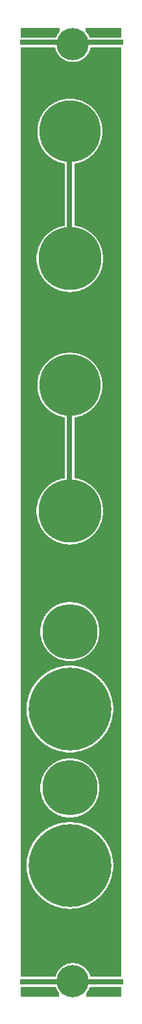
<source format=gtl>
G04 MADE WITH FRITZING*
G04 WWW.FRITZING.ORG*
G04 DOUBLE SIDED*
G04 HOLES PLATED*
G04 CONTOUR ON CENTER OF CONTOUR VECTOR*
%ASAXBY*%
%FSLAX23Y23*%
%MOIN*%
%OFA0B0*%
%SFA1.0B1.0*%
%ADD10C,0.075000*%
%ADD11C,0.314961*%
%ADD12C,0.322834*%
%ADD13C,0.165354*%
%ADD14C,0.425197*%
%ADD15C,0.283465*%
%ADD16R,0.031496X0.377952*%
%ADD17R,0.031496X0.366142*%
%ADD18R,0.181102X0.031496*%
%ADD19R,0.196850X0.031496*%
%LNCOPPER1*%
G90*
G70*
G54D10*
X117Y4755D03*
G54D11*
X291Y4483D03*
G54D12*
X291Y2533D03*
G54D11*
X291Y3179D03*
G54D12*
X291Y3829D03*
G54D13*
X307Y4931D03*
X307Y120D03*
G54D14*
X291Y1518D03*
G54D15*
X291Y1915D03*
X291Y1112D03*
G54D14*
X291Y714D03*
G54D16*
X289Y2860D03*
G54D17*
X289Y4163D03*
G54D18*
X474Y4939D03*
G54D19*
X131Y4939D03*
X131Y117D03*
G54D18*
X474Y117D03*
G36*
X40Y5015D02*
X40Y4965D01*
X220Y4965D01*
X220Y4967D01*
X222Y4967D01*
X222Y4971D01*
X224Y4971D01*
X224Y4975D01*
X226Y4975D01*
X226Y4979D01*
X228Y4979D01*
X228Y4981D01*
X230Y4981D01*
X230Y4985D01*
X232Y4985D01*
X232Y4987D01*
X234Y4987D01*
X234Y4989D01*
X236Y4989D01*
X236Y4993D01*
X238Y4993D01*
X238Y4995D01*
X240Y4995D01*
X240Y5015D01*
X40Y5015D01*
G37*
D02*
G36*
X372Y5015D02*
X372Y4995D01*
X374Y4995D01*
X374Y4993D01*
X376Y4993D01*
X376Y4991D01*
X378Y4991D01*
X378Y4989D01*
X380Y4989D01*
X380Y4985D01*
X382Y4985D01*
X382Y4983D01*
X384Y4983D01*
X384Y4981D01*
X386Y4981D01*
X386Y4977D01*
X388Y4977D01*
X388Y4973D01*
X390Y4973D01*
X390Y4969D01*
X392Y4969D01*
X392Y4965D01*
X554Y4965D01*
X554Y5015D01*
X372Y5015D01*
G37*
D02*
G36*
X40Y4913D02*
X40Y4839D01*
X290Y4839D01*
X290Y4841D01*
X282Y4841D01*
X282Y4843D01*
X276Y4843D01*
X276Y4845D01*
X270Y4845D01*
X270Y4847D01*
X266Y4847D01*
X266Y4849D01*
X262Y4849D01*
X262Y4851D01*
X258Y4851D01*
X258Y4853D01*
X256Y4853D01*
X256Y4855D01*
X252Y4855D01*
X252Y4857D01*
X250Y4857D01*
X250Y4859D01*
X248Y4859D01*
X248Y4861D01*
X244Y4861D01*
X244Y4863D01*
X242Y4863D01*
X242Y4865D01*
X240Y4865D01*
X240Y4867D01*
X238Y4867D01*
X238Y4871D01*
X236Y4871D01*
X236Y4873D01*
X234Y4873D01*
X234Y4875D01*
X232Y4875D01*
X232Y4877D01*
X230Y4877D01*
X230Y4881D01*
X228Y4881D01*
X228Y4883D01*
X226Y4883D01*
X226Y4887D01*
X224Y4887D01*
X224Y4891D01*
X222Y4891D01*
X222Y4895D01*
X220Y4895D01*
X220Y4901D01*
X218Y4901D01*
X218Y4907D01*
X216Y4907D01*
X216Y4913D01*
X40Y4913D01*
G37*
D02*
G36*
X398Y4913D02*
X398Y4911D01*
X396Y4911D01*
X396Y4903D01*
X394Y4903D01*
X394Y4897D01*
X392Y4897D01*
X392Y4893D01*
X390Y4893D01*
X390Y4889D01*
X388Y4889D01*
X388Y4885D01*
X386Y4885D01*
X386Y4883D01*
X384Y4883D01*
X384Y4879D01*
X382Y4879D01*
X382Y4877D01*
X380Y4877D01*
X380Y4873D01*
X378Y4873D01*
X378Y4871D01*
X376Y4871D01*
X376Y4869D01*
X374Y4869D01*
X374Y4867D01*
X372Y4867D01*
X372Y4865D01*
X370Y4865D01*
X370Y4863D01*
X368Y4863D01*
X368Y4861D01*
X366Y4861D01*
X366Y4859D01*
X364Y4859D01*
X364Y4857D01*
X360Y4857D01*
X360Y4855D01*
X358Y4855D01*
X358Y4853D01*
X354Y4853D01*
X354Y4851D01*
X352Y4851D01*
X352Y4849D01*
X348Y4849D01*
X348Y4847D01*
X344Y4847D01*
X344Y4845D01*
X338Y4845D01*
X338Y4843D01*
X332Y4843D01*
X332Y4841D01*
X322Y4841D01*
X322Y4839D01*
X554Y4839D01*
X554Y4913D01*
X398Y4913D01*
G37*
D02*
G36*
X40Y4839D02*
X40Y4837D01*
X554Y4837D01*
X554Y4839D01*
X40Y4839D01*
G37*
D02*
G36*
X40Y4839D02*
X40Y4837D01*
X554Y4837D01*
X554Y4839D01*
X40Y4839D01*
G37*
D02*
G36*
X40Y4837D02*
X40Y4649D01*
X314Y4649D01*
X314Y4647D01*
X326Y4647D01*
X326Y4645D01*
X334Y4645D01*
X334Y4643D01*
X342Y4643D01*
X342Y4641D01*
X348Y4641D01*
X348Y4639D01*
X354Y4639D01*
X354Y4637D01*
X358Y4637D01*
X358Y4635D01*
X362Y4635D01*
X362Y4633D01*
X366Y4633D01*
X366Y4631D01*
X370Y4631D01*
X370Y4629D01*
X374Y4629D01*
X374Y4627D01*
X376Y4627D01*
X376Y4625D01*
X380Y4625D01*
X380Y4623D01*
X384Y4623D01*
X384Y4621D01*
X386Y4621D01*
X386Y4619D01*
X390Y4619D01*
X390Y4617D01*
X392Y4617D01*
X392Y4615D01*
X394Y4615D01*
X394Y4613D01*
X398Y4613D01*
X398Y4611D01*
X400Y4611D01*
X400Y4609D01*
X402Y4609D01*
X402Y4607D01*
X404Y4607D01*
X404Y4605D01*
X406Y4605D01*
X406Y4603D01*
X408Y4603D01*
X408Y4601D01*
X410Y4601D01*
X410Y4599D01*
X412Y4599D01*
X412Y4597D01*
X414Y4597D01*
X414Y4595D01*
X416Y4595D01*
X416Y4593D01*
X418Y4593D01*
X418Y4591D01*
X420Y4591D01*
X420Y4589D01*
X422Y4589D01*
X422Y4585D01*
X424Y4585D01*
X424Y4583D01*
X426Y4583D01*
X426Y4581D01*
X428Y4581D01*
X428Y4577D01*
X430Y4577D01*
X430Y4575D01*
X432Y4575D01*
X432Y4571D01*
X434Y4571D01*
X434Y4567D01*
X436Y4567D01*
X436Y4565D01*
X438Y4565D01*
X438Y4561D01*
X440Y4561D01*
X440Y4557D01*
X442Y4557D01*
X442Y4553D01*
X444Y4553D01*
X444Y4549D01*
X446Y4549D01*
X446Y4543D01*
X448Y4543D01*
X448Y4537D01*
X450Y4537D01*
X450Y4533D01*
X452Y4533D01*
X452Y4525D01*
X454Y4525D01*
X454Y4517D01*
X456Y4517D01*
X456Y4505D01*
X458Y4505D01*
X458Y4461D01*
X456Y4461D01*
X456Y4449D01*
X454Y4449D01*
X454Y4441D01*
X452Y4441D01*
X452Y4433D01*
X450Y4433D01*
X450Y4427D01*
X448Y4427D01*
X448Y4421D01*
X446Y4421D01*
X446Y4417D01*
X444Y4417D01*
X444Y4413D01*
X442Y4413D01*
X442Y4409D01*
X440Y4409D01*
X440Y4403D01*
X438Y4403D01*
X438Y4401D01*
X436Y4401D01*
X436Y4397D01*
X434Y4397D01*
X434Y4393D01*
X432Y4393D01*
X432Y4391D01*
X430Y4391D01*
X430Y4387D01*
X428Y4387D01*
X428Y4385D01*
X426Y4385D01*
X426Y4383D01*
X424Y4383D01*
X424Y4379D01*
X422Y4379D01*
X422Y4377D01*
X420Y4377D01*
X420Y4375D01*
X418Y4375D01*
X418Y4373D01*
X416Y4373D01*
X416Y4371D01*
X414Y4371D01*
X414Y4367D01*
X412Y4367D01*
X412Y4365D01*
X410Y4365D01*
X410Y4363D01*
X408Y4363D01*
X408Y4361D01*
X406Y4361D01*
X406Y4359D01*
X402Y4359D01*
X402Y4357D01*
X400Y4357D01*
X400Y4355D01*
X398Y4355D01*
X398Y4353D01*
X396Y4353D01*
X396Y4351D01*
X394Y4351D01*
X394Y4349D01*
X390Y4349D01*
X390Y4347D01*
X388Y4347D01*
X388Y4345D01*
X386Y4345D01*
X386Y4343D01*
X382Y4343D01*
X382Y4341D01*
X378Y4341D01*
X378Y4339D01*
X376Y4339D01*
X376Y4337D01*
X372Y4337D01*
X372Y4335D01*
X368Y4335D01*
X368Y4333D01*
X364Y4333D01*
X364Y4331D01*
X360Y4331D01*
X360Y4329D01*
X356Y4329D01*
X356Y4327D01*
X350Y4327D01*
X350Y4325D01*
X344Y4325D01*
X344Y4323D01*
X338Y4323D01*
X338Y4321D01*
X330Y4321D01*
X330Y4319D01*
X322Y4319D01*
X322Y4317D01*
X316Y4317D01*
X316Y3999D01*
X318Y3999D01*
X318Y3997D01*
X328Y3997D01*
X328Y3995D01*
X336Y3995D01*
X336Y3993D01*
X344Y3993D01*
X344Y3991D01*
X350Y3991D01*
X350Y3989D01*
X354Y3989D01*
X354Y3987D01*
X360Y3987D01*
X360Y3985D01*
X364Y3985D01*
X364Y3983D01*
X368Y3983D01*
X368Y3981D01*
X372Y3981D01*
X372Y3979D01*
X376Y3979D01*
X376Y3977D01*
X378Y3977D01*
X378Y3975D01*
X382Y3975D01*
X382Y3973D01*
X386Y3973D01*
X386Y3971D01*
X388Y3971D01*
X388Y3969D01*
X390Y3969D01*
X390Y3967D01*
X394Y3967D01*
X394Y3965D01*
X396Y3965D01*
X396Y3963D01*
X398Y3963D01*
X398Y3961D01*
X402Y3961D01*
X402Y3959D01*
X404Y3959D01*
X404Y3957D01*
X406Y3957D01*
X406Y3955D01*
X408Y3955D01*
X408Y3953D01*
X410Y3953D01*
X410Y3951D01*
X412Y3951D01*
X412Y3949D01*
X414Y3949D01*
X414Y3947D01*
X416Y3947D01*
X416Y3945D01*
X418Y3945D01*
X418Y3943D01*
X420Y3943D01*
X420Y3941D01*
X422Y3941D01*
X422Y3939D01*
X424Y3939D01*
X424Y3935D01*
X426Y3935D01*
X426Y3933D01*
X428Y3933D01*
X428Y3931D01*
X430Y3931D01*
X430Y3927D01*
X432Y3927D01*
X432Y3925D01*
X434Y3925D01*
X434Y3921D01*
X436Y3921D01*
X436Y3919D01*
X438Y3919D01*
X438Y3915D01*
X440Y3915D01*
X440Y3911D01*
X442Y3911D01*
X442Y3909D01*
X444Y3909D01*
X444Y3905D01*
X446Y3905D01*
X446Y3899D01*
X448Y3899D01*
X448Y3895D01*
X450Y3895D01*
X450Y3891D01*
X452Y3891D01*
X452Y3885D01*
X454Y3885D01*
X454Y3879D01*
X456Y3879D01*
X456Y3871D01*
X458Y3871D01*
X458Y3863D01*
X460Y3863D01*
X460Y3851D01*
X462Y3851D01*
X462Y3807D01*
X460Y3807D01*
X460Y3795D01*
X458Y3795D01*
X458Y3787D01*
X456Y3787D01*
X456Y3779D01*
X454Y3779D01*
X454Y3773D01*
X452Y3773D01*
X452Y3767D01*
X450Y3767D01*
X450Y3763D01*
X448Y3763D01*
X448Y3757D01*
X446Y3757D01*
X446Y3753D01*
X444Y3753D01*
X444Y3749D01*
X442Y3749D01*
X442Y3745D01*
X440Y3745D01*
X440Y3743D01*
X438Y3743D01*
X438Y3739D01*
X436Y3739D01*
X436Y3737D01*
X434Y3737D01*
X434Y3733D01*
X432Y3733D01*
X432Y3731D01*
X430Y3731D01*
X430Y3727D01*
X428Y3727D01*
X428Y3725D01*
X426Y3725D01*
X426Y3723D01*
X424Y3723D01*
X424Y3719D01*
X422Y3719D01*
X422Y3717D01*
X420Y3717D01*
X420Y3715D01*
X418Y3715D01*
X418Y3713D01*
X416Y3713D01*
X416Y3711D01*
X414Y3711D01*
X414Y3709D01*
X412Y3709D01*
X412Y3707D01*
X410Y3707D01*
X410Y3705D01*
X408Y3705D01*
X408Y3703D01*
X406Y3703D01*
X406Y3701D01*
X404Y3701D01*
X404Y3699D01*
X402Y3699D01*
X402Y3697D01*
X400Y3697D01*
X400Y3695D01*
X396Y3695D01*
X396Y3693D01*
X394Y3693D01*
X394Y3691D01*
X392Y3691D01*
X392Y3689D01*
X388Y3689D01*
X388Y3687D01*
X386Y3687D01*
X386Y3685D01*
X382Y3685D01*
X382Y3683D01*
X378Y3683D01*
X378Y3681D01*
X376Y3681D01*
X376Y3679D01*
X372Y3679D01*
X372Y3677D01*
X368Y3677D01*
X368Y3675D01*
X364Y3675D01*
X364Y3673D01*
X360Y3673D01*
X360Y3671D01*
X356Y3671D01*
X356Y3669D01*
X350Y3669D01*
X350Y3667D01*
X344Y3667D01*
X344Y3665D01*
X336Y3665D01*
X336Y3663D01*
X330Y3663D01*
X330Y3661D01*
X318Y3661D01*
X318Y3659D01*
X302Y3659D01*
X302Y3657D01*
X554Y3657D01*
X554Y4837D01*
X40Y4837D01*
G37*
D02*
G36*
X40Y4649D02*
X40Y3657D01*
X280Y3657D01*
X280Y3659D01*
X264Y3659D01*
X264Y3661D01*
X254Y3661D01*
X254Y3663D01*
X246Y3663D01*
X246Y3665D01*
X238Y3665D01*
X238Y3667D01*
X232Y3667D01*
X232Y3669D01*
X228Y3669D01*
X228Y3671D01*
X222Y3671D01*
X222Y3673D01*
X218Y3673D01*
X218Y3675D01*
X214Y3675D01*
X214Y3677D01*
X210Y3677D01*
X210Y3679D01*
X206Y3679D01*
X206Y3681D01*
X204Y3681D01*
X204Y3683D01*
X200Y3683D01*
X200Y3685D01*
X196Y3685D01*
X196Y3687D01*
X194Y3687D01*
X194Y3689D01*
X192Y3689D01*
X192Y3691D01*
X188Y3691D01*
X188Y3693D01*
X186Y3693D01*
X186Y3695D01*
X184Y3695D01*
X184Y3697D01*
X180Y3697D01*
X180Y3699D01*
X178Y3699D01*
X178Y3701D01*
X176Y3701D01*
X176Y3703D01*
X174Y3703D01*
X174Y3705D01*
X172Y3705D01*
X172Y3707D01*
X170Y3707D01*
X170Y3709D01*
X168Y3709D01*
X168Y3711D01*
X166Y3711D01*
X166Y3713D01*
X164Y3713D01*
X164Y3715D01*
X162Y3715D01*
X162Y3717D01*
X160Y3717D01*
X160Y3719D01*
X158Y3719D01*
X158Y3723D01*
X156Y3723D01*
X156Y3725D01*
X154Y3725D01*
X154Y3727D01*
X152Y3727D01*
X152Y3731D01*
X150Y3731D01*
X150Y3733D01*
X148Y3733D01*
X148Y3737D01*
X146Y3737D01*
X146Y3739D01*
X144Y3739D01*
X144Y3743D01*
X142Y3743D01*
X142Y3747D01*
X140Y3747D01*
X140Y3751D01*
X138Y3751D01*
X138Y3755D01*
X136Y3755D01*
X136Y3759D01*
X134Y3759D01*
X134Y3763D01*
X132Y3763D01*
X132Y3769D01*
X130Y3769D01*
X130Y3773D01*
X128Y3773D01*
X128Y3779D01*
X126Y3779D01*
X126Y3787D01*
X124Y3787D01*
X124Y3797D01*
X122Y3797D01*
X122Y3809D01*
X120Y3809D01*
X120Y3849D01*
X122Y3849D01*
X122Y3861D01*
X124Y3861D01*
X124Y3869D01*
X126Y3869D01*
X126Y3877D01*
X128Y3877D01*
X128Y3885D01*
X130Y3885D01*
X130Y3889D01*
X132Y3889D01*
X132Y3895D01*
X134Y3895D01*
X134Y3899D01*
X136Y3899D01*
X136Y3903D01*
X138Y3903D01*
X138Y3907D01*
X140Y3907D01*
X140Y3911D01*
X142Y3911D01*
X142Y3915D01*
X144Y3915D01*
X144Y3917D01*
X146Y3917D01*
X146Y3921D01*
X148Y3921D01*
X148Y3925D01*
X150Y3925D01*
X150Y3927D01*
X152Y3927D01*
X152Y3929D01*
X154Y3929D01*
X154Y3933D01*
X156Y3933D01*
X156Y3935D01*
X158Y3935D01*
X158Y3937D01*
X160Y3937D01*
X160Y3941D01*
X162Y3941D01*
X162Y3943D01*
X164Y3943D01*
X164Y3945D01*
X166Y3945D01*
X166Y3947D01*
X168Y3947D01*
X168Y3949D01*
X170Y3949D01*
X170Y3951D01*
X172Y3951D01*
X172Y3953D01*
X174Y3953D01*
X174Y3955D01*
X176Y3955D01*
X176Y3957D01*
X178Y3957D01*
X178Y3959D01*
X180Y3959D01*
X180Y3961D01*
X184Y3961D01*
X184Y3963D01*
X186Y3963D01*
X186Y3965D01*
X188Y3965D01*
X188Y3967D01*
X192Y3967D01*
X192Y3969D01*
X194Y3969D01*
X194Y3971D01*
X198Y3971D01*
X198Y3973D01*
X200Y3973D01*
X200Y3975D01*
X204Y3975D01*
X204Y3977D01*
X206Y3977D01*
X206Y3979D01*
X210Y3979D01*
X210Y3981D01*
X214Y3981D01*
X214Y3983D01*
X218Y3983D01*
X218Y3985D01*
X222Y3985D01*
X222Y3987D01*
X228Y3987D01*
X228Y3989D01*
X234Y3989D01*
X234Y3991D01*
X238Y3991D01*
X238Y3993D01*
X246Y3993D01*
X246Y3995D01*
X254Y3995D01*
X254Y3997D01*
X264Y3997D01*
X264Y4317D01*
X260Y4317D01*
X260Y4319D01*
X252Y4319D01*
X252Y4321D01*
X244Y4321D01*
X244Y4323D01*
X238Y4323D01*
X238Y4325D01*
X232Y4325D01*
X232Y4327D01*
X226Y4327D01*
X226Y4329D01*
X222Y4329D01*
X222Y4331D01*
X218Y4331D01*
X218Y4333D01*
X214Y4333D01*
X214Y4335D01*
X210Y4335D01*
X210Y4337D01*
X206Y4337D01*
X206Y4339D01*
X204Y4339D01*
X204Y4341D01*
X200Y4341D01*
X200Y4343D01*
X198Y4343D01*
X198Y4345D01*
X194Y4345D01*
X194Y4347D01*
X192Y4347D01*
X192Y4349D01*
X190Y4349D01*
X190Y4351D01*
X186Y4351D01*
X186Y4353D01*
X184Y4353D01*
X184Y4355D01*
X182Y4355D01*
X182Y4357D01*
X180Y4357D01*
X180Y4359D01*
X178Y4359D01*
X178Y4361D01*
X174Y4361D01*
X174Y4363D01*
X172Y4363D01*
X172Y4365D01*
X170Y4365D01*
X170Y4369D01*
X168Y4369D01*
X168Y4371D01*
X166Y4371D01*
X166Y4373D01*
X164Y4373D01*
X164Y4375D01*
X162Y4375D01*
X162Y4377D01*
X160Y4377D01*
X160Y4379D01*
X158Y4379D01*
X158Y4383D01*
X156Y4383D01*
X156Y4385D01*
X154Y4385D01*
X154Y4387D01*
X152Y4387D01*
X152Y4391D01*
X150Y4391D01*
X150Y4395D01*
X148Y4395D01*
X148Y4397D01*
X146Y4397D01*
X146Y4401D01*
X144Y4401D01*
X144Y4405D01*
X142Y4405D01*
X142Y4409D01*
X140Y4409D01*
X140Y4413D01*
X138Y4413D01*
X138Y4417D01*
X136Y4417D01*
X136Y4423D01*
X134Y4423D01*
X134Y4427D01*
X132Y4427D01*
X132Y4433D01*
X130Y4433D01*
X130Y4441D01*
X128Y4441D01*
X128Y4449D01*
X126Y4449D01*
X126Y4463D01*
X124Y4463D01*
X124Y4503D01*
X126Y4503D01*
X126Y4515D01*
X128Y4515D01*
X128Y4523D01*
X130Y4523D01*
X130Y4531D01*
X132Y4531D01*
X132Y4537D01*
X134Y4537D01*
X134Y4543D01*
X136Y4543D01*
X136Y4547D01*
X138Y4547D01*
X138Y4553D01*
X140Y4553D01*
X140Y4557D01*
X142Y4557D01*
X142Y4561D01*
X144Y4561D01*
X144Y4565D01*
X146Y4565D01*
X146Y4567D01*
X148Y4567D01*
X148Y4571D01*
X150Y4571D01*
X150Y4573D01*
X152Y4573D01*
X152Y4577D01*
X154Y4577D01*
X154Y4579D01*
X156Y4579D01*
X156Y4583D01*
X158Y4583D01*
X158Y4585D01*
X160Y4585D01*
X160Y4587D01*
X162Y4587D01*
X162Y4591D01*
X164Y4591D01*
X164Y4593D01*
X166Y4593D01*
X166Y4595D01*
X168Y4595D01*
X168Y4597D01*
X170Y4597D01*
X170Y4599D01*
X172Y4599D01*
X172Y4601D01*
X174Y4601D01*
X174Y4603D01*
X176Y4603D01*
X176Y4605D01*
X178Y4605D01*
X178Y4607D01*
X180Y4607D01*
X180Y4609D01*
X182Y4609D01*
X182Y4611D01*
X186Y4611D01*
X186Y4613D01*
X188Y4613D01*
X188Y4615D01*
X190Y4615D01*
X190Y4617D01*
X194Y4617D01*
X194Y4619D01*
X196Y4619D01*
X196Y4621D01*
X198Y4621D01*
X198Y4623D01*
X202Y4623D01*
X202Y4625D01*
X206Y4625D01*
X206Y4627D01*
X208Y4627D01*
X208Y4629D01*
X212Y4629D01*
X212Y4631D01*
X216Y4631D01*
X216Y4633D01*
X220Y4633D01*
X220Y4635D01*
X224Y4635D01*
X224Y4637D01*
X230Y4637D01*
X230Y4639D01*
X234Y4639D01*
X234Y4641D01*
X240Y4641D01*
X240Y4643D01*
X248Y4643D01*
X248Y4645D01*
X256Y4645D01*
X256Y4647D01*
X268Y4647D01*
X268Y4649D01*
X40Y4649D01*
G37*
D02*
G36*
X40Y3657D02*
X40Y3655D01*
X554Y3655D01*
X554Y3657D01*
X40Y3657D01*
G37*
D02*
G36*
X40Y3657D02*
X40Y3655D01*
X554Y3655D01*
X554Y3657D01*
X40Y3657D01*
G37*
D02*
G36*
X40Y3655D02*
X40Y3347D01*
X306Y3347D01*
X306Y3345D01*
X320Y3345D01*
X320Y3343D01*
X330Y3343D01*
X330Y3341D01*
X338Y3341D01*
X338Y3339D01*
X344Y3339D01*
X344Y3337D01*
X350Y3337D01*
X350Y3335D01*
X356Y3335D01*
X356Y3333D01*
X360Y3333D01*
X360Y3331D01*
X364Y3331D01*
X364Y3329D01*
X368Y3329D01*
X368Y3327D01*
X372Y3327D01*
X372Y3325D01*
X376Y3325D01*
X376Y3323D01*
X378Y3323D01*
X378Y3321D01*
X382Y3321D01*
X382Y3319D01*
X384Y3319D01*
X384Y3317D01*
X388Y3317D01*
X388Y3315D01*
X390Y3315D01*
X390Y3313D01*
X392Y3313D01*
X392Y3311D01*
X396Y3311D01*
X396Y3309D01*
X398Y3309D01*
X398Y3307D01*
X400Y3307D01*
X400Y3305D01*
X402Y3305D01*
X402Y3303D01*
X404Y3303D01*
X404Y3301D01*
X408Y3301D01*
X408Y3299D01*
X410Y3299D01*
X410Y3297D01*
X412Y3297D01*
X412Y3293D01*
X414Y3293D01*
X414Y3291D01*
X416Y3291D01*
X416Y3289D01*
X418Y3289D01*
X418Y3287D01*
X420Y3287D01*
X420Y3285D01*
X422Y3285D01*
X422Y3283D01*
X424Y3283D01*
X424Y3279D01*
X426Y3279D01*
X426Y3277D01*
X428Y3277D01*
X428Y3275D01*
X430Y3275D01*
X430Y3271D01*
X432Y3271D01*
X432Y3267D01*
X434Y3267D01*
X434Y3265D01*
X436Y3265D01*
X436Y3261D01*
X438Y3261D01*
X438Y3257D01*
X440Y3257D01*
X440Y3253D01*
X442Y3253D01*
X442Y3249D01*
X444Y3249D01*
X444Y3245D01*
X446Y3245D01*
X446Y3241D01*
X448Y3241D01*
X448Y3235D01*
X450Y3235D01*
X450Y3229D01*
X452Y3229D01*
X452Y3221D01*
X454Y3221D01*
X454Y3213D01*
X456Y3213D01*
X456Y3201D01*
X458Y3201D01*
X458Y3157D01*
X456Y3157D01*
X456Y3145D01*
X454Y3145D01*
X454Y3137D01*
X452Y3137D01*
X452Y3129D01*
X450Y3129D01*
X450Y3123D01*
X448Y3123D01*
X448Y3119D01*
X446Y3119D01*
X446Y3113D01*
X444Y3113D01*
X444Y3109D01*
X442Y3109D01*
X442Y3105D01*
X440Y3105D01*
X440Y3101D01*
X438Y3101D01*
X438Y3097D01*
X436Y3097D01*
X436Y3095D01*
X434Y3095D01*
X434Y3091D01*
X432Y3091D01*
X432Y3087D01*
X430Y3087D01*
X430Y3085D01*
X428Y3085D01*
X428Y3081D01*
X426Y3081D01*
X426Y3079D01*
X424Y3079D01*
X424Y3077D01*
X422Y3077D01*
X422Y3073D01*
X420Y3073D01*
X420Y3071D01*
X418Y3071D01*
X418Y3069D01*
X416Y3069D01*
X416Y3067D01*
X414Y3067D01*
X414Y3065D01*
X412Y3065D01*
X412Y3063D01*
X410Y3063D01*
X410Y3061D01*
X408Y3061D01*
X408Y3059D01*
X406Y3059D01*
X406Y3057D01*
X404Y3057D01*
X404Y3055D01*
X402Y3055D01*
X402Y3053D01*
X400Y3053D01*
X400Y3051D01*
X398Y3051D01*
X398Y3049D01*
X394Y3049D01*
X394Y3047D01*
X392Y3047D01*
X392Y3045D01*
X390Y3045D01*
X390Y3043D01*
X386Y3043D01*
X386Y3041D01*
X384Y3041D01*
X384Y3039D01*
X380Y3039D01*
X380Y3037D01*
X378Y3037D01*
X378Y3035D01*
X374Y3035D01*
X374Y3033D01*
X370Y3033D01*
X370Y3031D01*
X366Y3031D01*
X366Y3029D01*
X362Y3029D01*
X362Y3027D01*
X358Y3027D01*
X358Y3025D01*
X354Y3025D01*
X354Y3023D01*
X348Y3023D01*
X348Y3021D01*
X342Y3021D01*
X342Y3019D01*
X336Y3019D01*
X336Y3017D01*
X328Y3017D01*
X328Y3015D01*
X316Y3015D01*
X316Y2703D01*
X320Y2703D01*
X320Y2701D01*
X330Y2701D01*
X330Y2699D01*
X338Y2699D01*
X338Y2697D01*
X344Y2697D01*
X344Y2695D01*
X350Y2695D01*
X350Y2693D01*
X356Y2693D01*
X356Y2691D01*
X360Y2691D01*
X360Y2689D01*
X364Y2689D01*
X364Y2687D01*
X368Y2687D01*
X368Y2685D01*
X372Y2685D01*
X372Y2683D01*
X376Y2683D01*
X376Y2681D01*
X380Y2681D01*
X380Y2679D01*
X382Y2679D01*
X382Y2677D01*
X386Y2677D01*
X386Y2675D01*
X388Y2675D01*
X388Y2673D01*
X392Y2673D01*
X392Y2671D01*
X394Y2671D01*
X394Y2669D01*
X396Y2669D01*
X396Y2667D01*
X400Y2667D01*
X400Y2665D01*
X402Y2665D01*
X402Y2663D01*
X404Y2663D01*
X404Y2661D01*
X406Y2661D01*
X406Y2659D01*
X408Y2659D01*
X408Y2657D01*
X410Y2657D01*
X410Y2655D01*
X412Y2655D01*
X412Y2653D01*
X414Y2653D01*
X414Y2651D01*
X416Y2651D01*
X416Y2649D01*
X418Y2649D01*
X418Y2647D01*
X420Y2647D01*
X420Y2645D01*
X422Y2645D01*
X422Y2643D01*
X424Y2643D01*
X424Y2639D01*
X426Y2639D01*
X426Y2637D01*
X428Y2637D01*
X428Y2635D01*
X430Y2635D01*
X430Y2631D01*
X432Y2631D01*
X432Y2629D01*
X434Y2629D01*
X434Y2625D01*
X436Y2625D01*
X436Y2623D01*
X438Y2623D01*
X438Y2619D01*
X440Y2619D01*
X440Y2617D01*
X442Y2617D01*
X442Y2613D01*
X444Y2613D01*
X444Y2609D01*
X446Y2609D01*
X446Y2605D01*
X448Y2605D01*
X448Y2599D01*
X450Y2599D01*
X450Y2595D01*
X452Y2595D01*
X452Y2589D01*
X454Y2589D01*
X454Y2583D01*
X456Y2583D01*
X456Y2575D01*
X458Y2575D01*
X458Y2567D01*
X460Y2567D01*
X460Y2555D01*
X462Y2555D01*
X462Y2511D01*
X460Y2511D01*
X460Y2499D01*
X458Y2499D01*
X458Y2491D01*
X456Y2491D01*
X456Y2483D01*
X454Y2483D01*
X454Y2477D01*
X452Y2477D01*
X452Y2471D01*
X450Y2471D01*
X450Y2467D01*
X448Y2467D01*
X448Y2463D01*
X446Y2463D01*
X446Y2459D01*
X444Y2459D01*
X444Y2453D01*
X442Y2453D01*
X442Y2451D01*
X440Y2451D01*
X440Y2447D01*
X438Y2447D01*
X438Y2443D01*
X436Y2443D01*
X436Y2441D01*
X434Y2441D01*
X434Y2437D01*
X432Y2437D01*
X432Y2435D01*
X430Y2435D01*
X430Y2431D01*
X428Y2431D01*
X428Y2429D01*
X426Y2429D01*
X426Y2427D01*
X424Y2427D01*
X424Y2423D01*
X422Y2423D01*
X422Y2421D01*
X420Y2421D01*
X420Y2419D01*
X418Y2419D01*
X418Y2417D01*
X416Y2417D01*
X416Y2415D01*
X414Y2415D01*
X414Y2413D01*
X412Y2413D01*
X412Y2411D01*
X410Y2411D01*
X410Y2409D01*
X408Y2409D01*
X408Y2407D01*
X406Y2407D01*
X406Y2405D01*
X404Y2405D01*
X404Y2403D01*
X402Y2403D01*
X402Y2401D01*
X398Y2401D01*
X398Y2399D01*
X396Y2399D01*
X396Y2397D01*
X394Y2397D01*
X394Y2395D01*
X390Y2395D01*
X390Y2393D01*
X388Y2393D01*
X388Y2391D01*
X384Y2391D01*
X384Y2389D01*
X382Y2389D01*
X382Y2387D01*
X378Y2387D01*
X378Y2385D01*
X376Y2385D01*
X376Y2383D01*
X372Y2383D01*
X372Y2381D01*
X368Y2381D01*
X368Y2379D01*
X364Y2379D01*
X364Y2377D01*
X360Y2377D01*
X360Y2375D01*
X354Y2375D01*
X354Y2373D01*
X348Y2373D01*
X348Y2371D01*
X344Y2371D01*
X344Y2369D01*
X336Y2369D01*
X336Y2367D01*
X328Y2367D01*
X328Y2365D01*
X316Y2365D01*
X316Y2363D01*
X300Y2363D01*
X300Y2361D01*
X554Y2361D01*
X554Y3655D01*
X40Y3655D01*
G37*
D02*
G36*
X40Y3347D02*
X40Y2361D01*
X282Y2361D01*
X282Y2363D01*
X266Y2363D01*
X266Y2365D01*
X254Y2365D01*
X254Y2367D01*
X246Y2367D01*
X246Y2369D01*
X238Y2369D01*
X238Y2371D01*
X234Y2371D01*
X234Y2373D01*
X228Y2373D01*
X228Y2375D01*
X222Y2375D01*
X222Y2377D01*
X218Y2377D01*
X218Y2379D01*
X214Y2379D01*
X214Y2381D01*
X210Y2381D01*
X210Y2383D01*
X208Y2383D01*
X208Y2385D01*
X204Y2385D01*
X204Y2387D01*
X200Y2387D01*
X200Y2389D01*
X198Y2389D01*
X198Y2391D01*
X194Y2391D01*
X194Y2393D01*
X192Y2393D01*
X192Y2395D01*
X188Y2395D01*
X188Y2397D01*
X186Y2397D01*
X186Y2399D01*
X184Y2399D01*
X184Y2401D01*
X180Y2401D01*
X180Y2403D01*
X178Y2403D01*
X178Y2405D01*
X176Y2405D01*
X176Y2407D01*
X174Y2407D01*
X174Y2409D01*
X172Y2409D01*
X172Y2411D01*
X170Y2411D01*
X170Y2413D01*
X168Y2413D01*
X168Y2415D01*
X166Y2415D01*
X166Y2417D01*
X164Y2417D01*
X164Y2419D01*
X162Y2419D01*
X162Y2421D01*
X160Y2421D01*
X160Y2425D01*
X158Y2425D01*
X158Y2427D01*
X156Y2427D01*
X156Y2429D01*
X154Y2429D01*
X154Y2433D01*
X152Y2433D01*
X152Y2435D01*
X150Y2435D01*
X150Y2437D01*
X148Y2437D01*
X148Y2441D01*
X146Y2441D01*
X146Y2445D01*
X144Y2445D01*
X144Y2447D01*
X142Y2447D01*
X142Y2451D01*
X140Y2451D01*
X140Y2455D01*
X138Y2455D01*
X138Y2459D01*
X136Y2459D01*
X136Y2463D01*
X134Y2463D01*
X134Y2467D01*
X132Y2467D01*
X132Y2473D01*
X130Y2473D01*
X130Y2479D01*
X128Y2479D01*
X128Y2485D01*
X126Y2485D01*
X126Y2493D01*
X124Y2493D01*
X124Y2501D01*
X122Y2501D01*
X122Y2513D01*
X120Y2513D01*
X120Y2553D01*
X122Y2553D01*
X122Y2565D01*
X124Y2565D01*
X124Y2575D01*
X126Y2575D01*
X126Y2583D01*
X128Y2583D01*
X128Y2589D01*
X130Y2589D01*
X130Y2593D01*
X132Y2593D01*
X132Y2599D01*
X134Y2599D01*
X134Y2603D01*
X136Y2603D01*
X136Y2607D01*
X138Y2607D01*
X138Y2611D01*
X140Y2611D01*
X140Y2615D01*
X142Y2615D01*
X142Y2619D01*
X144Y2619D01*
X144Y2623D01*
X146Y2623D01*
X146Y2625D01*
X148Y2625D01*
X148Y2629D01*
X150Y2629D01*
X150Y2631D01*
X152Y2631D01*
X152Y2635D01*
X154Y2635D01*
X154Y2637D01*
X156Y2637D01*
X156Y2639D01*
X158Y2639D01*
X158Y2643D01*
X160Y2643D01*
X160Y2645D01*
X162Y2645D01*
X162Y2647D01*
X164Y2647D01*
X164Y2649D01*
X166Y2649D01*
X166Y2651D01*
X168Y2651D01*
X168Y2653D01*
X170Y2653D01*
X170Y2655D01*
X172Y2655D01*
X172Y2657D01*
X174Y2657D01*
X174Y2659D01*
X176Y2659D01*
X176Y2661D01*
X178Y2661D01*
X178Y2663D01*
X180Y2663D01*
X180Y2665D01*
X182Y2665D01*
X182Y2667D01*
X186Y2667D01*
X186Y2669D01*
X188Y2669D01*
X188Y2671D01*
X192Y2671D01*
X192Y2673D01*
X194Y2673D01*
X194Y2675D01*
X196Y2675D01*
X196Y2677D01*
X200Y2677D01*
X200Y2679D01*
X204Y2679D01*
X204Y2681D01*
X206Y2681D01*
X206Y2683D01*
X210Y2683D01*
X210Y2685D01*
X214Y2685D01*
X214Y2687D01*
X218Y2687D01*
X218Y2689D01*
X222Y2689D01*
X222Y2691D01*
X226Y2691D01*
X226Y2693D01*
X232Y2693D01*
X232Y2695D01*
X238Y2695D01*
X238Y2697D01*
X244Y2697D01*
X244Y2699D01*
X252Y2699D01*
X252Y2701D01*
X264Y2701D01*
X264Y3015D01*
X254Y3015D01*
X254Y3017D01*
X248Y3017D01*
X248Y3019D01*
X240Y3019D01*
X240Y3021D01*
X234Y3021D01*
X234Y3023D01*
X228Y3023D01*
X228Y3025D01*
X224Y3025D01*
X224Y3027D01*
X220Y3027D01*
X220Y3029D01*
X216Y3029D01*
X216Y3031D01*
X212Y3031D01*
X212Y3033D01*
X208Y3033D01*
X208Y3035D01*
X204Y3035D01*
X204Y3037D01*
X202Y3037D01*
X202Y3039D01*
X198Y3039D01*
X198Y3041D01*
X196Y3041D01*
X196Y3043D01*
X192Y3043D01*
X192Y3045D01*
X190Y3045D01*
X190Y3047D01*
X188Y3047D01*
X188Y3049D01*
X184Y3049D01*
X184Y3051D01*
X182Y3051D01*
X182Y3053D01*
X180Y3053D01*
X180Y3055D01*
X178Y3055D01*
X178Y3057D01*
X176Y3057D01*
X176Y3059D01*
X174Y3059D01*
X174Y3061D01*
X172Y3061D01*
X172Y3063D01*
X170Y3063D01*
X170Y3065D01*
X168Y3065D01*
X168Y3067D01*
X166Y3067D01*
X166Y3069D01*
X164Y3069D01*
X164Y3071D01*
X162Y3071D01*
X162Y3075D01*
X160Y3075D01*
X160Y3077D01*
X158Y3077D01*
X158Y3079D01*
X156Y3079D01*
X156Y3083D01*
X154Y3083D01*
X154Y3085D01*
X152Y3085D01*
X152Y3087D01*
X150Y3087D01*
X150Y3091D01*
X148Y3091D01*
X148Y3095D01*
X146Y3095D01*
X146Y3097D01*
X144Y3097D01*
X144Y3101D01*
X142Y3101D01*
X142Y3105D01*
X140Y3105D01*
X140Y3109D01*
X138Y3109D01*
X138Y3113D01*
X136Y3113D01*
X136Y3119D01*
X134Y3119D01*
X134Y3125D01*
X132Y3125D01*
X132Y3131D01*
X130Y3131D01*
X130Y3139D01*
X128Y3139D01*
X128Y3147D01*
X126Y3147D01*
X126Y3159D01*
X124Y3159D01*
X124Y3199D01*
X126Y3199D01*
X126Y3211D01*
X128Y3211D01*
X128Y3221D01*
X130Y3221D01*
X130Y3229D01*
X132Y3229D01*
X132Y3233D01*
X134Y3233D01*
X134Y3239D01*
X136Y3239D01*
X136Y3245D01*
X138Y3245D01*
X138Y3249D01*
X140Y3249D01*
X140Y3253D01*
X142Y3253D01*
X142Y3257D01*
X144Y3257D01*
X144Y3261D01*
X146Y3261D01*
X146Y3265D01*
X148Y3265D01*
X148Y3267D01*
X150Y3267D01*
X150Y3271D01*
X152Y3271D01*
X152Y3273D01*
X154Y3273D01*
X154Y3277D01*
X156Y3277D01*
X156Y3279D01*
X158Y3279D01*
X158Y3281D01*
X160Y3281D01*
X160Y3285D01*
X162Y3285D01*
X162Y3287D01*
X164Y3287D01*
X164Y3289D01*
X166Y3289D01*
X166Y3291D01*
X168Y3291D01*
X168Y3293D01*
X170Y3293D01*
X170Y3295D01*
X172Y3295D01*
X172Y3297D01*
X174Y3297D01*
X174Y3299D01*
X176Y3299D01*
X176Y3301D01*
X178Y3301D01*
X178Y3303D01*
X180Y3303D01*
X180Y3305D01*
X182Y3305D01*
X182Y3307D01*
X184Y3307D01*
X184Y3309D01*
X186Y3309D01*
X186Y3311D01*
X190Y3311D01*
X190Y3313D01*
X192Y3313D01*
X192Y3315D01*
X194Y3315D01*
X194Y3317D01*
X198Y3317D01*
X198Y3319D01*
X200Y3319D01*
X200Y3321D01*
X204Y3321D01*
X204Y3323D01*
X208Y3323D01*
X208Y3325D01*
X210Y3325D01*
X210Y3327D01*
X214Y3327D01*
X214Y3329D01*
X218Y3329D01*
X218Y3331D01*
X222Y3331D01*
X222Y3333D01*
X226Y3333D01*
X226Y3335D01*
X232Y3335D01*
X232Y3337D01*
X238Y3337D01*
X238Y3339D01*
X244Y3339D01*
X244Y3341D01*
X252Y3341D01*
X252Y3343D01*
X262Y3343D01*
X262Y3345D01*
X276Y3345D01*
X276Y3347D01*
X40Y3347D01*
G37*
D02*
G36*
X40Y2361D02*
X40Y2359D01*
X554Y2359D01*
X554Y2361D01*
X40Y2361D01*
G37*
D02*
G36*
X40Y2361D02*
X40Y2359D01*
X554Y2359D01*
X554Y2361D01*
X40Y2361D01*
G37*
D02*
G36*
X40Y2359D02*
X40Y2067D01*
X306Y2067D01*
X306Y2065D01*
X320Y2065D01*
X320Y2063D01*
X328Y2063D01*
X328Y2061D01*
X336Y2061D01*
X336Y2059D01*
X342Y2059D01*
X342Y2057D01*
X348Y2057D01*
X348Y2055D01*
X352Y2055D01*
X352Y2053D01*
X356Y2053D01*
X356Y2051D01*
X360Y2051D01*
X360Y2049D01*
X364Y2049D01*
X364Y2047D01*
X368Y2047D01*
X368Y2045D01*
X370Y2045D01*
X370Y2043D01*
X374Y2043D01*
X374Y2041D01*
X378Y2041D01*
X378Y2039D01*
X380Y2039D01*
X380Y2037D01*
X382Y2037D01*
X382Y2035D01*
X386Y2035D01*
X386Y2033D01*
X388Y2033D01*
X388Y2031D01*
X390Y2031D01*
X390Y2029D01*
X392Y2029D01*
X392Y2027D01*
X394Y2027D01*
X394Y2025D01*
X396Y2025D01*
X396Y2023D01*
X398Y2023D01*
X398Y2021D01*
X400Y2021D01*
X400Y2019D01*
X402Y2019D01*
X402Y2017D01*
X404Y2017D01*
X404Y2015D01*
X406Y2015D01*
X406Y2013D01*
X408Y2013D01*
X408Y2011D01*
X410Y2011D01*
X410Y2007D01*
X412Y2007D01*
X412Y2005D01*
X414Y2005D01*
X414Y2003D01*
X416Y2003D01*
X416Y1999D01*
X418Y1999D01*
X418Y1997D01*
X420Y1997D01*
X420Y1993D01*
X422Y1993D01*
X422Y1989D01*
X424Y1989D01*
X424Y1987D01*
X426Y1987D01*
X426Y1983D01*
X428Y1983D01*
X428Y1979D01*
X430Y1979D01*
X430Y1973D01*
X432Y1973D01*
X432Y1969D01*
X434Y1969D01*
X434Y1963D01*
X436Y1963D01*
X436Y1957D01*
X438Y1957D01*
X438Y1949D01*
X440Y1949D01*
X440Y1937D01*
X442Y1937D01*
X442Y1893D01*
X440Y1893D01*
X440Y1881D01*
X438Y1881D01*
X438Y1873D01*
X436Y1873D01*
X436Y1867D01*
X434Y1867D01*
X434Y1861D01*
X432Y1861D01*
X432Y1857D01*
X430Y1857D01*
X430Y1853D01*
X428Y1853D01*
X428Y1847D01*
X426Y1847D01*
X426Y1843D01*
X424Y1843D01*
X424Y1841D01*
X422Y1841D01*
X422Y1837D01*
X420Y1837D01*
X420Y1833D01*
X418Y1833D01*
X418Y1831D01*
X416Y1831D01*
X416Y1827D01*
X414Y1827D01*
X414Y1825D01*
X412Y1825D01*
X412Y1823D01*
X410Y1823D01*
X410Y1819D01*
X408Y1819D01*
X408Y1817D01*
X406Y1817D01*
X406Y1815D01*
X404Y1815D01*
X404Y1813D01*
X402Y1813D01*
X402Y1811D01*
X400Y1811D01*
X400Y1809D01*
X398Y1809D01*
X398Y1807D01*
X396Y1807D01*
X396Y1805D01*
X394Y1805D01*
X394Y1803D01*
X392Y1803D01*
X392Y1801D01*
X390Y1801D01*
X390Y1799D01*
X388Y1799D01*
X388Y1797D01*
X384Y1797D01*
X384Y1795D01*
X382Y1795D01*
X382Y1793D01*
X380Y1793D01*
X380Y1791D01*
X376Y1791D01*
X376Y1789D01*
X374Y1789D01*
X374Y1787D01*
X370Y1787D01*
X370Y1785D01*
X368Y1785D01*
X368Y1783D01*
X364Y1783D01*
X364Y1781D01*
X360Y1781D01*
X360Y1779D01*
X356Y1779D01*
X356Y1777D01*
X352Y1777D01*
X352Y1775D01*
X346Y1775D01*
X346Y1773D01*
X342Y1773D01*
X342Y1771D01*
X336Y1771D01*
X336Y1769D01*
X328Y1769D01*
X328Y1767D01*
X318Y1767D01*
X318Y1765D01*
X304Y1765D01*
X304Y1763D01*
X554Y1763D01*
X554Y2359D01*
X40Y2359D01*
G37*
D02*
G36*
X40Y2067D02*
X40Y1763D01*
X278Y1763D01*
X278Y1765D01*
X264Y1765D01*
X264Y1767D01*
X254Y1767D01*
X254Y1769D01*
X246Y1769D01*
X246Y1771D01*
X242Y1771D01*
X242Y1773D01*
X236Y1773D01*
X236Y1775D01*
X230Y1775D01*
X230Y1777D01*
X226Y1777D01*
X226Y1779D01*
X222Y1779D01*
X222Y1781D01*
X218Y1781D01*
X218Y1783D01*
X216Y1783D01*
X216Y1785D01*
X212Y1785D01*
X212Y1787D01*
X208Y1787D01*
X208Y1789D01*
X206Y1789D01*
X206Y1791D01*
X202Y1791D01*
X202Y1793D01*
X200Y1793D01*
X200Y1795D01*
X198Y1795D01*
X198Y1797D01*
X194Y1797D01*
X194Y1799D01*
X192Y1799D01*
X192Y1801D01*
X190Y1801D01*
X190Y1803D01*
X188Y1803D01*
X188Y1805D01*
X186Y1805D01*
X186Y1807D01*
X184Y1807D01*
X184Y1809D01*
X182Y1809D01*
X182Y1811D01*
X180Y1811D01*
X180Y1813D01*
X178Y1813D01*
X178Y1815D01*
X176Y1815D01*
X176Y1817D01*
X174Y1817D01*
X174Y1821D01*
X172Y1821D01*
X172Y1823D01*
X170Y1823D01*
X170Y1825D01*
X168Y1825D01*
X168Y1829D01*
X166Y1829D01*
X166Y1831D01*
X164Y1831D01*
X164Y1835D01*
X162Y1835D01*
X162Y1837D01*
X160Y1837D01*
X160Y1841D01*
X158Y1841D01*
X158Y1845D01*
X156Y1845D01*
X156Y1849D01*
X154Y1849D01*
X154Y1853D01*
X152Y1853D01*
X152Y1857D01*
X150Y1857D01*
X150Y1863D01*
X148Y1863D01*
X148Y1867D01*
X146Y1867D01*
X146Y1875D01*
X144Y1875D01*
X144Y1883D01*
X142Y1883D01*
X142Y1895D01*
X140Y1895D01*
X140Y1935D01*
X142Y1935D01*
X142Y1947D01*
X144Y1947D01*
X144Y1955D01*
X146Y1955D01*
X146Y1963D01*
X148Y1963D01*
X148Y1967D01*
X150Y1967D01*
X150Y1973D01*
X152Y1973D01*
X152Y1977D01*
X154Y1977D01*
X154Y1981D01*
X156Y1981D01*
X156Y1985D01*
X158Y1985D01*
X158Y1989D01*
X160Y1989D01*
X160Y1993D01*
X162Y1993D01*
X162Y1995D01*
X164Y1995D01*
X164Y1999D01*
X166Y1999D01*
X166Y2003D01*
X168Y2003D01*
X168Y2005D01*
X170Y2005D01*
X170Y2007D01*
X172Y2007D01*
X172Y2011D01*
X174Y2011D01*
X174Y2013D01*
X176Y2013D01*
X176Y2015D01*
X178Y2015D01*
X178Y2017D01*
X180Y2017D01*
X180Y2019D01*
X182Y2019D01*
X182Y2021D01*
X184Y2021D01*
X184Y2023D01*
X186Y2023D01*
X186Y2025D01*
X188Y2025D01*
X188Y2027D01*
X190Y2027D01*
X190Y2029D01*
X192Y2029D01*
X192Y2031D01*
X194Y2031D01*
X194Y2033D01*
X198Y2033D01*
X198Y2035D01*
X200Y2035D01*
X200Y2037D01*
X202Y2037D01*
X202Y2039D01*
X206Y2039D01*
X206Y2041D01*
X208Y2041D01*
X208Y2043D01*
X212Y2043D01*
X212Y2045D01*
X214Y2045D01*
X214Y2047D01*
X218Y2047D01*
X218Y2049D01*
X222Y2049D01*
X222Y2051D01*
X226Y2051D01*
X226Y2053D01*
X230Y2053D01*
X230Y2055D01*
X236Y2055D01*
X236Y2057D01*
X240Y2057D01*
X240Y2059D01*
X246Y2059D01*
X246Y2061D01*
X254Y2061D01*
X254Y2063D01*
X262Y2063D01*
X262Y2065D01*
X276Y2065D01*
X276Y2067D01*
X40Y2067D01*
G37*
D02*
G36*
X40Y1763D02*
X40Y1761D01*
X554Y1761D01*
X554Y1763D01*
X40Y1763D01*
G37*
D02*
G36*
X40Y1763D02*
X40Y1761D01*
X554Y1761D01*
X554Y1763D01*
X40Y1763D01*
G37*
D02*
G36*
X40Y1761D02*
X40Y1741D01*
X292Y1741D01*
X292Y1739D01*
X320Y1739D01*
X320Y1737D01*
X334Y1737D01*
X334Y1735D01*
X342Y1735D01*
X342Y1733D01*
X350Y1733D01*
X350Y1731D01*
X358Y1731D01*
X358Y1729D01*
X364Y1729D01*
X364Y1727D01*
X368Y1727D01*
X368Y1725D01*
X374Y1725D01*
X374Y1723D01*
X378Y1723D01*
X378Y1721D01*
X384Y1721D01*
X384Y1719D01*
X388Y1719D01*
X388Y1717D01*
X392Y1717D01*
X392Y1715D01*
X396Y1715D01*
X396Y1713D01*
X400Y1713D01*
X400Y1711D01*
X402Y1711D01*
X402Y1709D01*
X406Y1709D01*
X406Y1707D01*
X408Y1707D01*
X408Y1705D01*
X412Y1705D01*
X412Y1703D01*
X416Y1703D01*
X416Y1701D01*
X418Y1701D01*
X418Y1699D01*
X420Y1699D01*
X420Y1697D01*
X424Y1697D01*
X424Y1695D01*
X426Y1695D01*
X426Y1693D01*
X428Y1693D01*
X428Y1691D01*
X432Y1691D01*
X432Y1689D01*
X434Y1689D01*
X434Y1687D01*
X436Y1687D01*
X436Y1685D01*
X438Y1685D01*
X438Y1683D01*
X440Y1683D01*
X440Y1681D01*
X442Y1681D01*
X442Y1679D01*
X446Y1679D01*
X446Y1677D01*
X448Y1677D01*
X448Y1675D01*
X450Y1675D01*
X450Y1673D01*
X452Y1673D01*
X452Y1669D01*
X454Y1669D01*
X454Y1667D01*
X456Y1667D01*
X456Y1665D01*
X458Y1665D01*
X458Y1663D01*
X460Y1663D01*
X460Y1661D01*
X462Y1661D01*
X462Y1659D01*
X464Y1659D01*
X464Y1657D01*
X466Y1657D01*
X466Y1653D01*
X468Y1653D01*
X468Y1651D01*
X470Y1651D01*
X470Y1649D01*
X472Y1649D01*
X472Y1645D01*
X474Y1645D01*
X474Y1643D01*
X476Y1643D01*
X476Y1639D01*
X478Y1639D01*
X478Y1637D01*
X480Y1637D01*
X480Y1633D01*
X482Y1633D01*
X482Y1629D01*
X484Y1629D01*
X484Y1627D01*
X486Y1627D01*
X486Y1623D01*
X488Y1623D01*
X488Y1619D01*
X490Y1619D01*
X490Y1615D01*
X492Y1615D01*
X492Y1611D01*
X494Y1611D01*
X494Y1607D01*
X496Y1607D01*
X496Y1603D01*
X498Y1603D01*
X498Y1597D01*
X500Y1597D01*
X500Y1591D01*
X502Y1591D01*
X502Y1585D01*
X504Y1585D01*
X504Y1579D01*
X506Y1579D01*
X506Y1571D01*
X508Y1571D01*
X508Y1563D01*
X510Y1563D01*
X510Y1553D01*
X512Y1553D01*
X512Y1535D01*
X514Y1535D01*
X514Y1501D01*
X512Y1501D01*
X512Y1483D01*
X510Y1483D01*
X510Y1471D01*
X508Y1471D01*
X508Y1463D01*
X506Y1463D01*
X506Y1455D01*
X504Y1455D01*
X504Y1449D01*
X502Y1449D01*
X502Y1443D01*
X500Y1443D01*
X500Y1437D01*
X498Y1437D01*
X498Y1433D01*
X496Y1433D01*
X496Y1429D01*
X494Y1429D01*
X494Y1423D01*
X492Y1423D01*
X492Y1419D01*
X490Y1419D01*
X490Y1415D01*
X488Y1415D01*
X488Y1411D01*
X486Y1411D01*
X486Y1409D01*
X484Y1409D01*
X484Y1405D01*
X482Y1405D01*
X482Y1401D01*
X480Y1401D01*
X480Y1399D01*
X478Y1399D01*
X478Y1395D01*
X476Y1395D01*
X476Y1393D01*
X474Y1393D01*
X474Y1389D01*
X472Y1389D01*
X472Y1387D01*
X470Y1387D01*
X470Y1385D01*
X468Y1385D01*
X468Y1381D01*
X466Y1381D01*
X466Y1379D01*
X464Y1379D01*
X464Y1377D01*
X462Y1377D01*
X462Y1373D01*
X460Y1373D01*
X460Y1371D01*
X458Y1371D01*
X458Y1369D01*
X456Y1369D01*
X456Y1367D01*
X454Y1367D01*
X454Y1365D01*
X452Y1365D01*
X452Y1363D01*
X450Y1363D01*
X450Y1361D01*
X448Y1361D01*
X448Y1359D01*
X446Y1359D01*
X446Y1357D01*
X444Y1357D01*
X444Y1355D01*
X442Y1355D01*
X442Y1353D01*
X440Y1353D01*
X440Y1351D01*
X438Y1351D01*
X438Y1349D01*
X436Y1349D01*
X436Y1347D01*
X434Y1347D01*
X434Y1345D01*
X430Y1345D01*
X430Y1343D01*
X428Y1343D01*
X428Y1341D01*
X426Y1341D01*
X426Y1339D01*
X422Y1339D01*
X422Y1337D01*
X420Y1337D01*
X420Y1335D01*
X418Y1335D01*
X418Y1333D01*
X414Y1333D01*
X414Y1331D01*
X410Y1331D01*
X410Y1329D01*
X408Y1329D01*
X408Y1327D01*
X404Y1327D01*
X404Y1325D01*
X400Y1325D01*
X400Y1323D01*
X398Y1323D01*
X398Y1321D01*
X394Y1321D01*
X394Y1319D01*
X390Y1319D01*
X390Y1317D01*
X386Y1317D01*
X386Y1315D01*
X382Y1315D01*
X382Y1313D01*
X376Y1313D01*
X376Y1311D01*
X372Y1311D01*
X372Y1309D01*
X366Y1309D01*
X366Y1307D01*
X360Y1307D01*
X360Y1305D01*
X354Y1305D01*
X354Y1303D01*
X348Y1303D01*
X348Y1301D01*
X338Y1301D01*
X338Y1299D01*
X328Y1299D01*
X328Y1297D01*
X314Y1297D01*
X314Y1295D01*
X554Y1295D01*
X554Y1761D01*
X40Y1761D01*
G37*
D02*
G36*
X40Y1741D02*
X40Y1295D01*
X270Y1295D01*
X270Y1297D01*
X254Y1297D01*
X254Y1299D01*
X244Y1299D01*
X244Y1301D01*
X236Y1301D01*
X236Y1303D01*
X228Y1303D01*
X228Y1305D01*
X222Y1305D01*
X222Y1307D01*
X216Y1307D01*
X216Y1309D01*
X210Y1309D01*
X210Y1311D01*
X206Y1311D01*
X206Y1313D01*
X200Y1313D01*
X200Y1315D01*
X196Y1315D01*
X196Y1317D01*
X192Y1317D01*
X192Y1319D01*
X188Y1319D01*
X188Y1321D01*
X184Y1321D01*
X184Y1323D01*
X182Y1323D01*
X182Y1325D01*
X178Y1325D01*
X178Y1327D01*
X174Y1327D01*
X174Y1329D01*
X172Y1329D01*
X172Y1331D01*
X168Y1331D01*
X168Y1333D01*
X166Y1333D01*
X166Y1335D01*
X162Y1335D01*
X162Y1337D01*
X160Y1337D01*
X160Y1339D01*
X158Y1339D01*
X158Y1341D01*
X154Y1341D01*
X154Y1343D01*
X152Y1343D01*
X152Y1345D01*
X150Y1345D01*
X150Y1347D01*
X148Y1347D01*
X148Y1349D01*
X144Y1349D01*
X144Y1351D01*
X142Y1351D01*
X142Y1353D01*
X140Y1353D01*
X140Y1355D01*
X138Y1355D01*
X138Y1357D01*
X136Y1357D01*
X136Y1359D01*
X134Y1359D01*
X134Y1361D01*
X132Y1361D01*
X132Y1363D01*
X130Y1363D01*
X130Y1365D01*
X128Y1365D01*
X128Y1367D01*
X126Y1367D01*
X126Y1369D01*
X124Y1369D01*
X124Y1371D01*
X122Y1371D01*
X122Y1375D01*
X120Y1375D01*
X120Y1377D01*
X118Y1377D01*
X118Y1379D01*
X116Y1379D01*
X116Y1381D01*
X114Y1381D01*
X114Y1385D01*
X112Y1385D01*
X112Y1387D01*
X110Y1387D01*
X110Y1389D01*
X108Y1389D01*
X108Y1393D01*
X106Y1393D01*
X106Y1395D01*
X104Y1395D01*
X104Y1399D01*
X102Y1399D01*
X102Y1403D01*
X100Y1403D01*
X100Y1405D01*
X98Y1405D01*
X98Y1409D01*
X96Y1409D01*
X96Y1413D01*
X94Y1413D01*
X94Y1417D01*
X92Y1417D01*
X92Y1421D01*
X90Y1421D01*
X90Y1425D01*
X88Y1425D01*
X88Y1429D01*
X86Y1429D01*
X86Y1433D01*
X84Y1433D01*
X84Y1439D01*
X82Y1439D01*
X82Y1445D01*
X80Y1445D01*
X80Y1451D01*
X78Y1451D01*
X78Y1457D01*
X76Y1457D01*
X76Y1465D01*
X74Y1465D01*
X74Y1473D01*
X72Y1473D01*
X72Y1485D01*
X70Y1485D01*
X70Y1505D01*
X68Y1505D01*
X68Y1531D01*
X70Y1531D01*
X70Y1551D01*
X72Y1551D01*
X72Y1561D01*
X74Y1561D01*
X74Y1571D01*
X76Y1571D01*
X76Y1577D01*
X78Y1577D01*
X78Y1585D01*
X80Y1585D01*
X80Y1591D01*
X82Y1591D01*
X82Y1597D01*
X84Y1597D01*
X84Y1601D01*
X86Y1601D01*
X86Y1607D01*
X88Y1607D01*
X88Y1611D01*
X90Y1611D01*
X90Y1615D01*
X92Y1615D01*
X92Y1619D01*
X94Y1619D01*
X94Y1623D01*
X96Y1623D01*
X96Y1627D01*
X98Y1627D01*
X98Y1629D01*
X100Y1629D01*
X100Y1633D01*
X102Y1633D01*
X102Y1635D01*
X104Y1635D01*
X104Y1639D01*
X106Y1639D01*
X106Y1643D01*
X108Y1643D01*
X108Y1645D01*
X110Y1645D01*
X110Y1647D01*
X112Y1647D01*
X112Y1651D01*
X114Y1651D01*
X114Y1653D01*
X116Y1653D01*
X116Y1655D01*
X118Y1655D01*
X118Y1659D01*
X120Y1659D01*
X120Y1661D01*
X122Y1661D01*
X122Y1663D01*
X124Y1663D01*
X124Y1665D01*
X126Y1665D01*
X126Y1667D01*
X128Y1667D01*
X128Y1669D01*
X130Y1669D01*
X130Y1671D01*
X132Y1671D01*
X132Y1675D01*
X136Y1675D01*
X136Y1677D01*
X138Y1677D01*
X138Y1679D01*
X140Y1679D01*
X140Y1681D01*
X142Y1681D01*
X142Y1683D01*
X144Y1683D01*
X144Y1685D01*
X146Y1685D01*
X146Y1687D01*
X148Y1687D01*
X148Y1689D01*
X150Y1689D01*
X150Y1691D01*
X154Y1691D01*
X154Y1693D01*
X156Y1693D01*
X156Y1695D01*
X158Y1695D01*
X158Y1697D01*
X162Y1697D01*
X162Y1699D01*
X164Y1699D01*
X164Y1701D01*
X166Y1701D01*
X166Y1703D01*
X170Y1703D01*
X170Y1705D01*
X174Y1705D01*
X174Y1707D01*
X176Y1707D01*
X176Y1709D01*
X180Y1709D01*
X180Y1711D01*
X184Y1711D01*
X184Y1713D01*
X186Y1713D01*
X186Y1715D01*
X190Y1715D01*
X190Y1717D01*
X194Y1717D01*
X194Y1719D01*
X198Y1719D01*
X198Y1721D01*
X204Y1721D01*
X204Y1723D01*
X208Y1723D01*
X208Y1725D01*
X214Y1725D01*
X214Y1727D01*
X220Y1727D01*
X220Y1729D01*
X226Y1729D01*
X226Y1731D01*
X232Y1731D01*
X232Y1733D01*
X240Y1733D01*
X240Y1735D01*
X250Y1735D01*
X250Y1737D01*
X262Y1737D01*
X262Y1739D01*
X290Y1739D01*
X290Y1741D01*
X40Y1741D01*
G37*
D02*
G36*
X40Y1295D02*
X40Y1293D01*
X554Y1293D01*
X554Y1295D01*
X40Y1295D01*
G37*
D02*
G36*
X40Y1295D02*
X40Y1293D01*
X554Y1293D01*
X554Y1295D01*
X40Y1295D01*
G37*
D02*
G36*
X40Y1293D02*
X40Y1263D01*
X312Y1263D01*
X312Y1261D01*
X324Y1261D01*
X324Y1259D01*
X332Y1259D01*
X332Y1257D01*
X338Y1257D01*
X338Y1255D01*
X344Y1255D01*
X344Y1253D01*
X350Y1253D01*
X350Y1251D01*
X354Y1251D01*
X354Y1249D01*
X358Y1249D01*
X358Y1247D01*
X362Y1247D01*
X362Y1245D01*
X366Y1245D01*
X366Y1243D01*
X368Y1243D01*
X368Y1241D01*
X372Y1241D01*
X372Y1239D01*
X376Y1239D01*
X376Y1237D01*
X378Y1237D01*
X378Y1235D01*
X380Y1235D01*
X380Y1233D01*
X384Y1233D01*
X384Y1231D01*
X386Y1231D01*
X386Y1229D01*
X388Y1229D01*
X388Y1227D01*
X390Y1227D01*
X390Y1225D01*
X394Y1225D01*
X394Y1223D01*
X396Y1223D01*
X396Y1221D01*
X398Y1221D01*
X398Y1219D01*
X400Y1219D01*
X400Y1217D01*
X402Y1217D01*
X402Y1215D01*
X404Y1215D01*
X404Y1211D01*
X406Y1211D01*
X406Y1209D01*
X408Y1209D01*
X408Y1207D01*
X410Y1207D01*
X410Y1205D01*
X412Y1205D01*
X412Y1201D01*
X414Y1201D01*
X414Y1199D01*
X416Y1199D01*
X416Y1197D01*
X418Y1197D01*
X418Y1193D01*
X420Y1193D01*
X420Y1189D01*
X422Y1189D01*
X422Y1187D01*
X424Y1187D01*
X424Y1183D01*
X426Y1183D01*
X426Y1179D01*
X428Y1179D01*
X428Y1175D01*
X430Y1175D01*
X430Y1171D01*
X432Y1171D01*
X432Y1165D01*
X434Y1165D01*
X434Y1159D01*
X436Y1159D01*
X436Y1153D01*
X438Y1153D01*
X438Y1145D01*
X440Y1145D01*
X440Y1135D01*
X442Y1135D01*
X442Y1089D01*
X440Y1089D01*
X440Y1079D01*
X438Y1079D01*
X438Y1071D01*
X436Y1071D01*
X436Y1065D01*
X434Y1065D01*
X434Y1059D01*
X432Y1059D01*
X432Y1053D01*
X430Y1053D01*
X430Y1049D01*
X428Y1049D01*
X428Y1045D01*
X426Y1045D01*
X426Y1041D01*
X424Y1041D01*
X424Y1037D01*
X422Y1037D01*
X422Y1033D01*
X420Y1033D01*
X420Y1031D01*
X418Y1031D01*
X418Y1027D01*
X416Y1027D01*
X416Y1025D01*
X414Y1025D01*
X414Y1021D01*
X412Y1021D01*
X412Y1019D01*
X410Y1019D01*
X410Y1017D01*
X408Y1017D01*
X408Y1015D01*
X406Y1015D01*
X406Y1011D01*
X404Y1011D01*
X404Y1009D01*
X402Y1009D01*
X402Y1007D01*
X400Y1007D01*
X400Y1005D01*
X398Y1005D01*
X398Y1003D01*
X396Y1003D01*
X396Y1001D01*
X394Y1001D01*
X394Y999D01*
X392Y999D01*
X392Y997D01*
X388Y997D01*
X388Y995D01*
X386Y995D01*
X386Y993D01*
X384Y993D01*
X384Y991D01*
X382Y991D01*
X382Y989D01*
X378Y989D01*
X378Y987D01*
X376Y987D01*
X376Y985D01*
X372Y985D01*
X372Y983D01*
X370Y983D01*
X370Y981D01*
X366Y981D01*
X366Y979D01*
X362Y979D01*
X362Y977D01*
X358Y977D01*
X358Y975D01*
X354Y975D01*
X354Y973D01*
X350Y973D01*
X350Y971D01*
X344Y971D01*
X344Y969D01*
X338Y969D01*
X338Y967D01*
X332Y967D01*
X332Y965D01*
X324Y965D01*
X324Y963D01*
X312Y963D01*
X312Y961D01*
X554Y961D01*
X554Y1293D01*
X40Y1293D01*
G37*
D02*
G36*
X40Y1263D02*
X40Y961D01*
X270Y961D01*
X270Y963D01*
X258Y963D01*
X258Y965D01*
X250Y965D01*
X250Y967D01*
X244Y967D01*
X244Y969D01*
X238Y969D01*
X238Y971D01*
X232Y971D01*
X232Y973D01*
X228Y973D01*
X228Y975D01*
X224Y975D01*
X224Y977D01*
X220Y977D01*
X220Y979D01*
X216Y979D01*
X216Y981D01*
X214Y981D01*
X214Y983D01*
X210Y983D01*
X210Y985D01*
X206Y985D01*
X206Y987D01*
X204Y987D01*
X204Y989D01*
X202Y989D01*
X202Y991D01*
X198Y991D01*
X198Y993D01*
X196Y993D01*
X196Y995D01*
X194Y995D01*
X194Y997D01*
X192Y997D01*
X192Y999D01*
X188Y999D01*
X188Y1001D01*
X186Y1001D01*
X186Y1003D01*
X184Y1003D01*
X184Y1005D01*
X182Y1005D01*
X182Y1007D01*
X180Y1007D01*
X180Y1009D01*
X178Y1009D01*
X178Y1013D01*
X176Y1013D01*
X176Y1015D01*
X174Y1015D01*
X174Y1017D01*
X172Y1017D01*
X172Y1019D01*
X170Y1019D01*
X170Y1023D01*
X168Y1023D01*
X168Y1025D01*
X166Y1025D01*
X166Y1027D01*
X164Y1027D01*
X164Y1031D01*
X162Y1031D01*
X162Y1035D01*
X160Y1035D01*
X160Y1037D01*
X158Y1037D01*
X158Y1041D01*
X156Y1041D01*
X156Y1045D01*
X154Y1045D01*
X154Y1049D01*
X152Y1049D01*
X152Y1053D01*
X150Y1053D01*
X150Y1059D01*
X148Y1059D01*
X148Y1065D01*
X146Y1065D01*
X146Y1071D01*
X144Y1071D01*
X144Y1079D01*
X142Y1079D01*
X142Y1091D01*
X140Y1091D01*
X140Y1133D01*
X142Y1133D01*
X142Y1145D01*
X144Y1145D01*
X144Y1151D01*
X146Y1151D01*
X146Y1159D01*
X148Y1159D01*
X148Y1165D01*
X150Y1165D01*
X150Y1171D01*
X152Y1171D01*
X152Y1175D01*
X154Y1175D01*
X154Y1179D01*
X156Y1179D01*
X156Y1183D01*
X158Y1183D01*
X158Y1187D01*
X160Y1187D01*
X160Y1189D01*
X162Y1189D01*
X162Y1193D01*
X164Y1193D01*
X164Y1197D01*
X166Y1197D01*
X166Y1199D01*
X168Y1199D01*
X168Y1201D01*
X170Y1201D01*
X170Y1205D01*
X172Y1205D01*
X172Y1207D01*
X174Y1207D01*
X174Y1209D01*
X176Y1209D01*
X176Y1211D01*
X178Y1211D01*
X178Y1213D01*
X180Y1213D01*
X180Y1217D01*
X182Y1217D01*
X182Y1219D01*
X184Y1219D01*
X184Y1221D01*
X186Y1221D01*
X186Y1223D01*
X190Y1223D01*
X190Y1225D01*
X192Y1225D01*
X192Y1227D01*
X194Y1227D01*
X194Y1229D01*
X196Y1229D01*
X196Y1231D01*
X198Y1231D01*
X198Y1233D01*
X202Y1233D01*
X202Y1235D01*
X204Y1235D01*
X204Y1237D01*
X206Y1237D01*
X206Y1239D01*
X210Y1239D01*
X210Y1241D01*
X214Y1241D01*
X214Y1243D01*
X216Y1243D01*
X216Y1245D01*
X220Y1245D01*
X220Y1247D01*
X224Y1247D01*
X224Y1249D01*
X228Y1249D01*
X228Y1251D01*
X232Y1251D01*
X232Y1253D01*
X238Y1253D01*
X238Y1255D01*
X244Y1255D01*
X244Y1257D01*
X250Y1257D01*
X250Y1259D01*
X258Y1259D01*
X258Y1261D01*
X270Y1261D01*
X270Y1263D01*
X40Y1263D01*
G37*
D02*
G36*
X40Y961D02*
X40Y959D01*
X554Y959D01*
X554Y961D01*
X40Y961D01*
G37*
D02*
G36*
X40Y961D02*
X40Y959D01*
X554Y959D01*
X554Y961D01*
X40Y961D01*
G37*
D02*
G36*
X40Y959D02*
X40Y937D01*
X310Y937D01*
X310Y935D01*
X326Y935D01*
X326Y933D01*
X338Y933D01*
X338Y931D01*
X346Y931D01*
X346Y929D01*
X354Y929D01*
X354Y927D01*
X360Y927D01*
X360Y925D01*
X366Y925D01*
X366Y923D01*
X372Y923D01*
X372Y921D01*
X376Y921D01*
X376Y919D01*
X380Y919D01*
X380Y917D01*
X386Y917D01*
X386Y915D01*
X390Y915D01*
X390Y913D01*
X394Y913D01*
X394Y911D01*
X398Y911D01*
X398Y909D01*
X400Y909D01*
X400Y907D01*
X404Y907D01*
X404Y905D01*
X408Y905D01*
X408Y903D01*
X410Y903D01*
X410Y901D01*
X414Y901D01*
X414Y899D01*
X416Y899D01*
X416Y897D01*
X420Y897D01*
X420Y895D01*
X422Y895D01*
X422Y893D01*
X424Y893D01*
X424Y891D01*
X428Y891D01*
X428Y889D01*
X430Y889D01*
X430Y887D01*
X432Y887D01*
X432Y885D01*
X434Y885D01*
X434Y883D01*
X438Y883D01*
X438Y881D01*
X440Y881D01*
X440Y879D01*
X442Y879D01*
X442Y877D01*
X444Y877D01*
X444Y875D01*
X446Y875D01*
X446Y873D01*
X448Y873D01*
X448Y871D01*
X450Y871D01*
X450Y869D01*
X452Y869D01*
X452Y867D01*
X454Y867D01*
X454Y865D01*
X456Y865D01*
X456Y863D01*
X458Y863D01*
X458Y861D01*
X460Y861D01*
X460Y857D01*
X462Y857D01*
X462Y855D01*
X464Y855D01*
X464Y853D01*
X466Y853D01*
X466Y851D01*
X468Y851D01*
X468Y847D01*
X470Y847D01*
X470Y845D01*
X472Y845D01*
X472Y843D01*
X474Y843D01*
X474Y839D01*
X476Y839D01*
X476Y837D01*
X478Y837D01*
X478Y833D01*
X480Y833D01*
X480Y829D01*
X482Y829D01*
X482Y827D01*
X484Y827D01*
X484Y823D01*
X486Y823D01*
X486Y819D01*
X488Y819D01*
X488Y817D01*
X490Y817D01*
X490Y813D01*
X492Y813D01*
X492Y809D01*
X494Y809D01*
X494Y803D01*
X496Y803D01*
X496Y799D01*
X498Y799D01*
X498Y793D01*
X500Y793D01*
X500Y789D01*
X502Y789D01*
X502Y783D01*
X504Y783D01*
X504Y775D01*
X506Y775D01*
X506Y769D01*
X508Y769D01*
X508Y761D01*
X510Y761D01*
X510Y749D01*
X512Y749D01*
X512Y731D01*
X514Y731D01*
X514Y697D01*
X512Y697D01*
X512Y679D01*
X510Y679D01*
X510Y669D01*
X508Y669D01*
X508Y661D01*
X506Y661D01*
X506Y653D01*
X504Y653D01*
X504Y647D01*
X502Y647D01*
X502Y641D01*
X500Y641D01*
X500Y635D01*
X498Y635D01*
X498Y629D01*
X496Y629D01*
X496Y625D01*
X494Y625D01*
X494Y621D01*
X492Y621D01*
X492Y617D01*
X490Y617D01*
X490Y613D01*
X488Y613D01*
X488Y609D01*
X486Y609D01*
X486Y605D01*
X484Y605D01*
X484Y601D01*
X482Y601D01*
X482Y599D01*
X480Y599D01*
X480Y595D01*
X478Y595D01*
X478Y591D01*
X476Y591D01*
X476Y589D01*
X474Y589D01*
X474Y587D01*
X472Y587D01*
X472Y583D01*
X470Y583D01*
X470Y581D01*
X468Y581D01*
X468Y579D01*
X466Y579D01*
X466Y575D01*
X464Y575D01*
X464Y573D01*
X462Y573D01*
X462Y571D01*
X460Y571D01*
X460Y569D01*
X458Y569D01*
X458Y567D01*
X456Y567D01*
X456Y565D01*
X454Y565D01*
X454Y561D01*
X452Y561D01*
X452Y559D01*
X450Y559D01*
X450Y557D01*
X448Y557D01*
X448Y555D01*
X446Y555D01*
X446Y553D01*
X444Y553D01*
X444Y551D01*
X440Y551D01*
X440Y549D01*
X438Y549D01*
X438Y547D01*
X436Y547D01*
X436Y545D01*
X434Y545D01*
X434Y543D01*
X432Y543D01*
X432Y541D01*
X430Y541D01*
X430Y539D01*
X426Y539D01*
X426Y537D01*
X424Y537D01*
X424Y535D01*
X422Y535D01*
X422Y533D01*
X418Y533D01*
X418Y531D01*
X416Y531D01*
X416Y529D01*
X412Y529D01*
X412Y527D01*
X410Y527D01*
X410Y525D01*
X406Y525D01*
X406Y523D01*
X402Y523D01*
X402Y521D01*
X400Y521D01*
X400Y519D01*
X396Y519D01*
X396Y517D01*
X392Y517D01*
X392Y515D01*
X388Y515D01*
X388Y513D01*
X384Y513D01*
X384Y511D01*
X380Y511D01*
X380Y509D01*
X374Y509D01*
X374Y507D01*
X370Y507D01*
X370Y505D01*
X364Y505D01*
X364Y503D01*
X358Y503D01*
X358Y501D01*
X352Y501D01*
X352Y499D01*
X344Y499D01*
X344Y497D01*
X334Y497D01*
X334Y495D01*
X322Y495D01*
X322Y493D01*
X302Y493D01*
X302Y491D01*
X554Y491D01*
X554Y959D01*
X40Y959D01*
G37*
D02*
G36*
X40Y937D02*
X40Y491D01*
X280Y491D01*
X280Y493D01*
X260Y493D01*
X260Y495D01*
X248Y495D01*
X248Y497D01*
X238Y497D01*
X238Y499D01*
X232Y499D01*
X232Y501D01*
X224Y501D01*
X224Y503D01*
X218Y503D01*
X218Y505D01*
X212Y505D01*
X212Y507D01*
X208Y507D01*
X208Y509D01*
X202Y509D01*
X202Y511D01*
X198Y511D01*
X198Y513D01*
X194Y513D01*
X194Y515D01*
X190Y515D01*
X190Y517D01*
X186Y517D01*
X186Y519D01*
X182Y519D01*
X182Y521D01*
X180Y521D01*
X180Y523D01*
X176Y523D01*
X176Y525D01*
X172Y525D01*
X172Y527D01*
X170Y527D01*
X170Y529D01*
X166Y529D01*
X166Y531D01*
X164Y531D01*
X164Y533D01*
X160Y533D01*
X160Y535D01*
X158Y535D01*
X158Y537D01*
X156Y537D01*
X156Y539D01*
X154Y539D01*
X154Y541D01*
X150Y541D01*
X150Y543D01*
X148Y543D01*
X148Y545D01*
X146Y545D01*
X146Y547D01*
X144Y547D01*
X144Y549D01*
X142Y549D01*
X142Y551D01*
X140Y551D01*
X140Y553D01*
X136Y553D01*
X136Y555D01*
X134Y555D01*
X134Y557D01*
X132Y557D01*
X132Y559D01*
X130Y559D01*
X130Y563D01*
X128Y563D01*
X128Y565D01*
X126Y565D01*
X126Y567D01*
X124Y567D01*
X124Y569D01*
X122Y569D01*
X122Y571D01*
X120Y571D01*
X120Y573D01*
X118Y573D01*
X118Y575D01*
X116Y575D01*
X116Y579D01*
X114Y579D01*
X114Y581D01*
X112Y581D01*
X112Y583D01*
X110Y583D01*
X110Y587D01*
X108Y587D01*
X108Y589D01*
X106Y589D01*
X106Y593D01*
X104Y593D01*
X104Y595D01*
X102Y595D01*
X102Y599D01*
X100Y599D01*
X100Y603D01*
X98Y603D01*
X98Y605D01*
X96Y605D01*
X96Y609D01*
X94Y609D01*
X94Y613D01*
X92Y613D01*
X92Y617D01*
X90Y617D01*
X90Y621D01*
X88Y621D01*
X88Y625D01*
X86Y625D01*
X86Y631D01*
X84Y631D01*
X84Y635D01*
X82Y635D01*
X82Y641D01*
X80Y641D01*
X80Y647D01*
X78Y647D01*
X78Y653D01*
X76Y653D01*
X76Y661D01*
X74Y661D01*
X74Y669D01*
X72Y669D01*
X72Y681D01*
X70Y681D01*
X70Y701D01*
X68Y701D01*
X68Y727D01*
X70Y727D01*
X70Y747D01*
X72Y747D01*
X72Y759D01*
X74Y759D01*
X74Y767D01*
X76Y767D01*
X76Y775D01*
X78Y775D01*
X78Y781D01*
X80Y781D01*
X80Y787D01*
X82Y787D01*
X82Y793D01*
X84Y793D01*
X84Y799D01*
X86Y799D01*
X86Y803D01*
X88Y803D01*
X88Y807D01*
X90Y807D01*
X90Y811D01*
X92Y811D01*
X92Y815D01*
X94Y815D01*
X94Y819D01*
X96Y819D01*
X96Y823D01*
X98Y823D01*
X98Y827D01*
X100Y827D01*
X100Y829D01*
X102Y829D01*
X102Y833D01*
X104Y833D01*
X104Y837D01*
X106Y837D01*
X106Y839D01*
X108Y839D01*
X108Y841D01*
X110Y841D01*
X110Y845D01*
X112Y845D01*
X112Y847D01*
X114Y847D01*
X114Y849D01*
X116Y849D01*
X116Y853D01*
X118Y853D01*
X118Y855D01*
X120Y855D01*
X120Y857D01*
X122Y857D01*
X122Y859D01*
X124Y859D01*
X124Y863D01*
X126Y863D01*
X126Y865D01*
X128Y865D01*
X128Y867D01*
X130Y867D01*
X130Y869D01*
X132Y869D01*
X132Y871D01*
X134Y871D01*
X134Y873D01*
X136Y873D01*
X136Y875D01*
X138Y875D01*
X138Y877D01*
X140Y877D01*
X140Y879D01*
X142Y879D01*
X142Y881D01*
X146Y881D01*
X146Y883D01*
X148Y883D01*
X148Y885D01*
X150Y885D01*
X150Y887D01*
X152Y887D01*
X152Y889D01*
X154Y889D01*
X154Y891D01*
X158Y891D01*
X158Y893D01*
X160Y893D01*
X160Y895D01*
X162Y895D01*
X162Y897D01*
X166Y897D01*
X166Y899D01*
X168Y899D01*
X168Y901D01*
X172Y901D01*
X172Y903D01*
X176Y903D01*
X176Y905D01*
X178Y905D01*
X178Y907D01*
X182Y907D01*
X182Y909D01*
X186Y909D01*
X186Y911D01*
X190Y911D01*
X190Y913D01*
X192Y913D01*
X192Y915D01*
X198Y915D01*
X198Y917D01*
X202Y917D01*
X202Y919D01*
X206Y919D01*
X206Y921D01*
X212Y921D01*
X212Y923D01*
X216Y923D01*
X216Y925D01*
X222Y925D01*
X222Y927D01*
X230Y927D01*
X230Y929D01*
X236Y929D01*
X236Y931D01*
X244Y931D01*
X244Y933D01*
X256Y933D01*
X256Y935D01*
X272Y935D01*
X272Y937D01*
X40Y937D01*
G37*
D02*
G36*
X40Y491D02*
X40Y489D01*
X554Y489D01*
X554Y491D01*
X40Y491D01*
G37*
D02*
G36*
X40Y491D02*
X40Y489D01*
X554Y489D01*
X554Y491D01*
X40Y491D01*
G37*
D02*
G36*
X40Y489D02*
X40Y213D01*
X318Y213D01*
X318Y211D01*
X330Y211D01*
X330Y209D01*
X336Y209D01*
X336Y207D01*
X342Y207D01*
X342Y205D01*
X346Y205D01*
X346Y203D01*
X350Y203D01*
X350Y201D01*
X354Y201D01*
X354Y199D01*
X356Y199D01*
X356Y197D01*
X360Y197D01*
X360Y195D01*
X362Y195D01*
X362Y193D01*
X366Y193D01*
X366Y191D01*
X368Y191D01*
X368Y189D01*
X370Y189D01*
X370Y187D01*
X372Y187D01*
X372Y185D01*
X374Y185D01*
X374Y183D01*
X376Y183D01*
X376Y181D01*
X378Y181D01*
X378Y177D01*
X380Y177D01*
X380Y175D01*
X382Y175D01*
X382Y173D01*
X384Y173D01*
X384Y169D01*
X386Y169D01*
X386Y167D01*
X388Y167D01*
X388Y163D01*
X390Y163D01*
X390Y159D01*
X392Y159D01*
X392Y153D01*
X394Y153D01*
X394Y147D01*
X396Y147D01*
X396Y143D01*
X554Y143D01*
X554Y489D01*
X40Y489D01*
G37*
D02*
G36*
X40Y213D02*
X40Y143D01*
X218Y143D01*
X218Y151D01*
X220Y151D01*
X220Y155D01*
X222Y155D01*
X222Y161D01*
X224Y161D01*
X224Y165D01*
X226Y165D01*
X226Y167D01*
X228Y167D01*
X228Y171D01*
X230Y171D01*
X230Y173D01*
X232Y173D01*
X232Y177D01*
X234Y177D01*
X234Y179D01*
X236Y179D01*
X236Y181D01*
X238Y181D01*
X238Y183D01*
X240Y183D01*
X240Y185D01*
X242Y185D01*
X242Y187D01*
X244Y187D01*
X244Y189D01*
X246Y189D01*
X246Y191D01*
X248Y191D01*
X248Y193D01*
X250Y193D01*
X250Y195D01*
X254Y195D01*
X254Y197D01*
X256Y197D01*
X256Y199D01*
X260Y199D01*
X260Y201D01*
X264Y201D01*
X264Y203D01*
X268Y203D01*
X268Y205D01*
X272Y205D01*
X272Y207D01*
X276Y207D01*
X276Y209D01*
X284Y209D01*
X284Y211D01*
X294Y211D01*
X294Y213D01*
X40Y213D01*
G37*
D02*
G36*
X40Y91D02*
X40Y41D01*
X236Y41D01*
X236Y61D01*
X234Y61D01*
X234Y65D01*
X232Y65D01*
X232Y67D01*
X230Y67D01*
X230Y69D01*
X228Y69D01*
X228Y73D01*
X226Y73D01*
X226Y77D01*
X224Y77D01*
X224Y81D01*
X222Y81D01*
X222Y85D01*
X220Y85D01*
X220Y91D01*
X40Y91D01*
G37*
D02*
G36*
X394Y91D02*
X394Y87D01*
X392Y87D01*
X392Y83D01*
X390Y83D01*
X390Y79D01*
X388Y79D01*
X388Y75D01*
X386Y75D01*
X386Y71D01*
X384Y71D01*
X384Y69D01*
X382Y69D01*
X382Y65D01*
X380Y65D01*
X380Y63D01*
X378Y63D01*
X378Y61D01*
X376Y61D01*
X376Y41D01*
X554Y41D01*
X554Y91D01*
X394Y91D01*
G37*
D02*
G04 End of Copper1*
M02*
</source>
